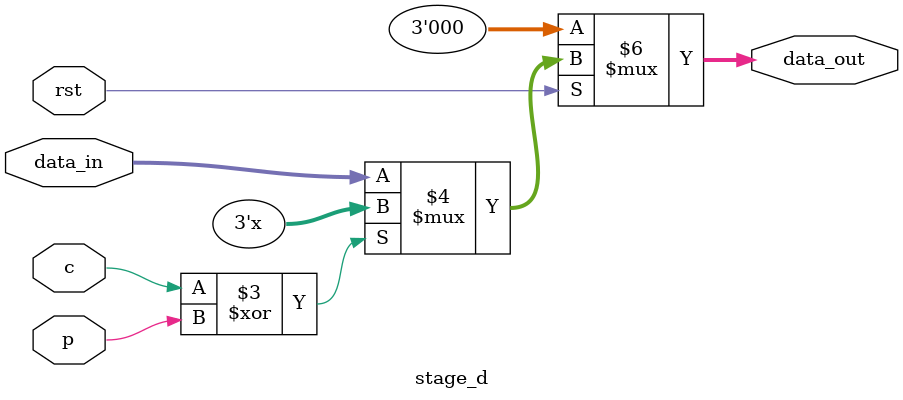
<source format=v>
module stage_d(data_in,data_out,c,p,rst);
    input [2:0] data_in;
    input c;
    input p;
    input rst;
    output reg [2:0] data_out;
    always@(*)
    begin
        if(!rst)
        begin
            data_out <= 3'b0;
        end
        else
        begin
            data_out <= (c^p)?data_out:data_in;
        end
    end
endmodule

</source>
